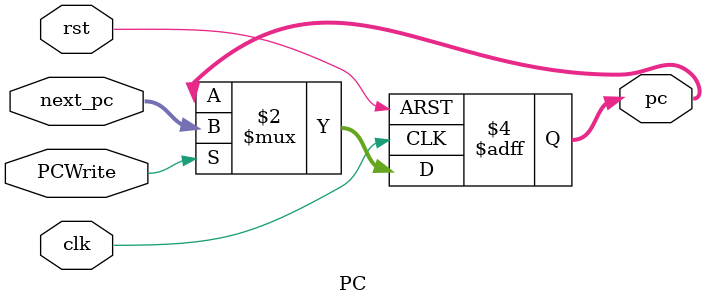
<source format=v>
`timescale 1ns / 1ps
module PC(
    input wire clk,           
    input wire rst,           
    input wire PCWrite,       
    input wire [31:0] next_pc, 
    output reg [31:0] pc      
);

always @(posedge clk or posedge rst) begin
    if (rst) begin
        pc <= 32'h0000_0000;
    end else begin
        if (PCWrite) begin
            pc <= next_pc;
        end
    end
end

endmodule
</source>
